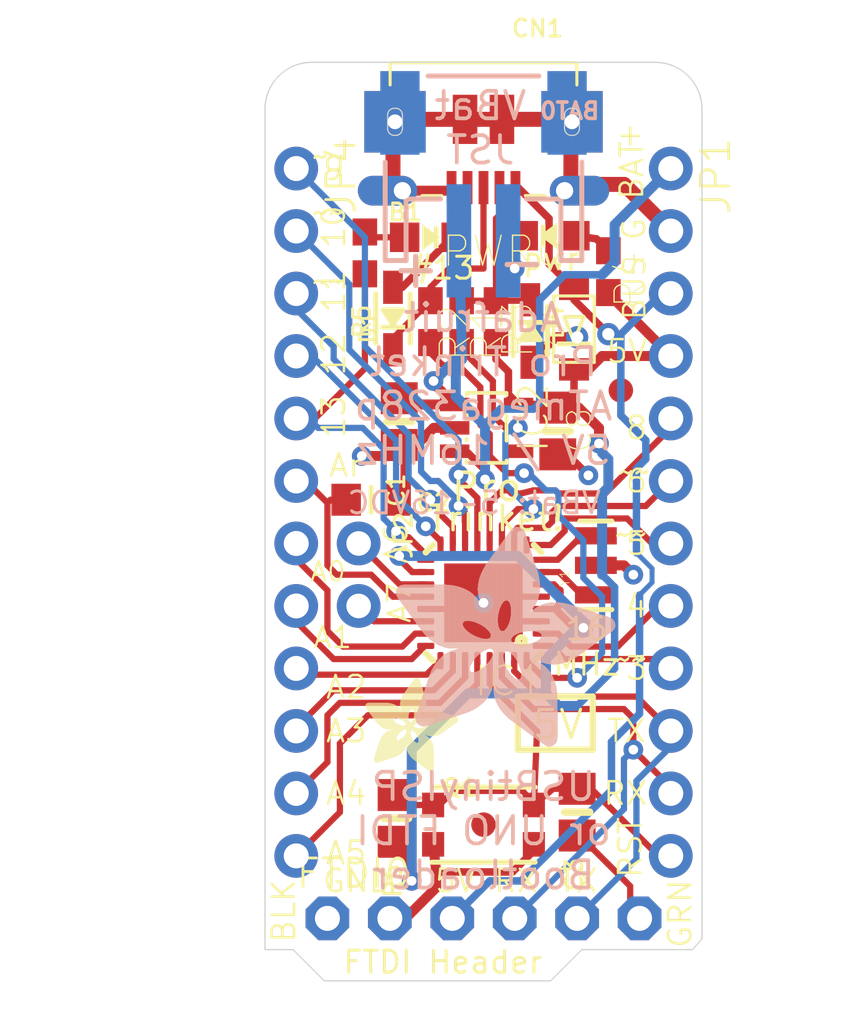
<source format=kicad_pcb>
(kicad_pcb (version 20221018) (generator pcbnew)
  (layers (0 "F.Cu" signal) (1 "In1.Cu" signal) (2 "In2.Cu" signal) (3 "In3.Cu" signal) (4 "In4.Cu" signal) (5 "In5.Cu" signal) (6 "In6.Cu" signal) (7 "In7.Cu" signal) (8 "In8.Cu" signal) (9 "In9.Cu" signal) (10 "In10.Cu" signal) (11 "In11.Cu" signal) (12 "In12.Cu" signal) (13 "In13.Cu" signal) (14 "In14.Cu" signal) (31 "B.Cu" signal) (34 "B.Paste" user) (35 "F.Paste" user) (36 "B.SilkS" user "B.Silkscreen") (37 "F.SilkS" user "F.Silkscreen") (38 "B.Mask" user) (39 "F.Mask" user) (44 "Edge.Cuts" user))
  (net 0 "")
  (net 1 "GND")
  (net 2 "D+")
  (net 3 "D-")
  (net 4 "VBUS")
  (net 5 "N$6")
  (net 6 "VBAT")
  (net 7 "RESET")
  (net 8 "N$1")
  (net 9 "D10")
  (net 10 "D11")
  (net 11 "D12")
  (net 12 "D13")
  (net 13 "A0")
  (net 14 "A1")
  (net 15 "A2")
  (net 16 "A3")
  (net 17 "A4")
  (net 18 "A5")
  (net 19 "D3")
  (net 20 "D4")
  (net 21 "D7")
  (net 22 "D6")
  (net 23 "D5")
  (net 24 "TXD")
  (net 25 "RXD")
  (net 26 "A6")
  (net 27 "A7")
  (net 28 "D8")
  (net 29 "D9")
  (net 30 "AREF")
  (net 31 "N$2")
  (net 32 "N$3")
  (net 33 "DTR/RTS")
  (net 34 "D2")
  (net 35 "+5V")
  (footprint "0805-NO" (layer "F.Cu") (at 144.9451 117.0686 -90)
    (fp_text reference "R6")
    (fp_text value "10K")
  )
  (footprint "SOD-123FL" (layer "F.Cu") (at 152.1841 97.1804 90)
    (fp_text reference "D2")
    (fp_text value "SCHOTTKY")
  )
  (footprint "0603-NO" (layer "F.Cu") (at 153.5811 94.8436 -90)
    (fp_text reference "R4")
    (fp_text value "470 (0603)")
  )
  (footprint "_0805MP" (layer "F.Cu") (at 143.9291 104.1146)
    (fp_text reference "C2")
    (fp_text value "0.1uF")
  )
  (footprint "SOD-323" (layer "F.Cu") (at 150.4061 97.2566 -90)
    (fp_text reference "D4")
    (fp_text value "3.6V")
  )
  (footprint "MLF32-TH" (layer "F.Cu") (at 148.5011 108.3056 180)
    (fp_text reference "IC1")
    (fp_text value "ATmega328P")
  )
  (footprint "RESONATOR-SMD" (layer "F.Cu") (at 153.0731 106.7816 90)
    (fp_text reference "Y1")
    (fp_text value "16MHz")
  )
  (footprint "SOD-323" (layer "F.Cu") (at 144.8181 96.7486 90)
    (fp_text reference "D1")
    (fp_text value "3.6v")
  )
  (footprint "0603-NO" (layer "F.Cu") (at 146.3421 96.8756 -90)
    (fp_text reference "R2")
    (fp_text value "68 (0603)")
  )
  (footprint "CHIPLED_0805_NOOUTLINE" (layer "F.Cu") (at 151.1681 93.3831 90)
    (fp_text reference "PWR0")
    (fp_text value "green")
  )
  (footprint "0805-NO" (layer "F.Cu") (at 151.5237 101.3206 -90)
    (fp_text reference "C8")
    (fp_text value "10uF")
  )
  (footprint "0603-NO" (layer "F.Cu") (at 147.6121 96.8756 -90)
    (fp_text reference "R1")
    (fp_text value "68 (0603)")
  )
  (footprint "0805-NO" (layer "F.Cu") (at 145.0721 100.9396 -90)
    (fp_text reference "C1")
    (fp_text value "10uF")
  )
  (footprint "SOT23-5L" (layer "F.Cu") (at 148.6281 101.1936 -90)
    (fp_text reference "IC2")
    (fp_text value "MIC5225-5v")
  )
  (footprint "0805-NO" (layer "F.Cu") (at 152.3111 116.8146 -90)
    (fp_text reference "C3")
    (fp_text value "0.1uF")
  )
  (footprint "CHIPLED_0805_NOOUTLINE" (layer "F.Cu") (at 146.3421 93.4466 -90)
    (fp_text reference "B1")
    (fp_text value "red")
  )
  (footprint "0603-NO" (layer "F.Cu") (at 149.0091 96.8756 -90)
    (fp_text reference "R3")
    (fp_text value "1.5K (0603)")
  )
  (footprint "4UCONN_20329" (layer "F.Cu") (at 148.5011 90.6526 180)
    (fp_text reference "CN1")
    (fp_text value "")
    (fp_line (start -3.9 2.2) (end -3.9 1.6) (stroke (width 0.05)) (layer "Edge.Cuts"))
    (fp_line (start -3.3 1.6) (end -3.3 2.2) (stroke (width 0.05)) (layer "Edge.Cuts"))
    (fp_line (start 3.3 2.2) (end 3.3 1.6) (stroke (width 0.05)) (layer "Edge.Cuts"))
    (fp_line (start 3.9 1.6) (end 3.9 2.2) (stroke (width 0.05)) (layer "Edge.Cuts"))
    (fp_arc (start -3.9 1.6) (mid -3.801777 1.412868) (end -3.6 1.35) (stroke (width 0.05)) (layer "Edge.Cuts"))
    (fp_arc (start -3.6 1.35) (mid -3.398223 1.412868) (end -3.3 1.6) (stroke (width 0.05)) (layer "Edge.Cuts"))
    (fp_arc (start -3.6 2.45) (mid -3.801777 2.387132) (end -3.9 2.2) (stroke (width 0.05)) (layer "Edge.Cuts"))
    (fp_arc (start -3.3 2.2) (mid -3.398223 2.387132) (end -3.6 2.45) (stroke (width 0.05)) (layer "Edge.Cuts"))
    (fp_arc (start 3.3 1.6) (mid 3.398223 1.412868) (end 3.6 1.35) (stroke (width 0.05)) (layer "Edge.Cuts"))
    (fp_arc (start 3.6 1.35) (mid 3.801777 1.412868) (end 3.9 1.6) (stroke (width 0.05)) (layer "Edge.Cuts"))
    (fp_arc (start 3.6 2.45) (mid 3.398223 2.387132) (end 3.3 2.2) (stroke (width 0.05)) (layer "Edge.Cuts"))
    (fp_arc (start 3.9 2.2) (mid 3.801777 2.387132) (end 3.6 2.45) (stroke (width 0.05)) (layer "Edge.Cuts"))
  )
  (footprint "BTN_KMR2_4.6X2.8" (layer "F.Cu") (at 148.5011 117.3226)
    (fp_text reference "Q1")
    (fp_text value "reset")
  )
  (footprint "FIDUCIAL_1MM" (layer "F.Cu") (at 148.5011 117.3226)
    (fp_text reference "U$6" hide)
    (fp_text value "FIDUCIAL" hide)
  )
  (footprint "ADAFRUIT_3.5MM" (layer "F.Cu") (at 143.6751 115.1636)
    (fp_text reference "U$7" hide)
    (fp_text value "" hide)
  )
  (footprint "1X12-CB" (layer "F.Cu") (at 140.8811 104.6226 -90)
    (fp_text reference "JP4")
    (fp_text value "")
  )
  (footprint "FIDUCIAL_1MM" (layer "F.Cu") (at 154.0891 99.6696)
    (fp_text reference "U$1" hide)
    (fp_text value "FIDUCIAL" hide)
  )
  (footprint "" (layer "F.Cu") (at 141.5161 88.1126)
    (fp_text reference "@HOLE0" hide)
    (fp_text value "")
  )
  (footprint "" (layer "F.Cu") (at 148.5011 113.8936)
    (fp_text reference "@HOLE2" hide)
    (fp_text value "")
  )
  (footprint "1X12-CB" (layer "F.Cu") (at 156.1211 104.6226 -90)
    (fp_text reference "JP1")
    (fp_text value "")
  )
  (footprint "1X06-CLEANBIG" (layer "F.Cu") (at 148.5011 121.1326)
    (fp_text reference "FTDI0")
    (fp_text value "")
  )
  (footprint "1X02_ROUND" (layer "F.Cu") (at 143.4211 107.1626 -90)
    (fp_text reference "JP2")
    (fp_text value "")
  )
  (footprint "0603-NO" (layer "F.Cu") (at 143.6751 94.0816 -90)
    (fp_text reference "R5")
    (fp_text value "470 (0603)")
  )
  (footprint "" (layer "F.Cu") (at 155.4861 88.1126)
    (fp_text reference "@HOLE1" hide)
    (fp_text value "")
  )
  (footprint "JSTPH2" (layer "B.Cu") (at 148.5011 89.8906 180)
    (fp_text reference "BAT0")
    (fp_text value "JST 2-PH")
  )
  (footprint "ADAFRUIT_9MM" (layer "B.Cu") (at 144.9451 114.1476 90)
    (fp_text reference "U$9" hide)
    (fp_text value "" hide)
  )
  (gr_line (start 149.8981 112.1156) (end 149.8981 114.2746) (stroke (width 0.254)) (layer "F.SilkS"))
  (gr_line (start 149.8981 114.2746) (end 152.9461 114.2746) (stroke (width 0.254)) (layer "F.SilkS"))
  (gr_line (start 152.9461 112.1156) (end 149.8981 112.1156) (stroke (width 0.254)) (layer "F.SilkS"))
  (gr_line (start 152.9461 114.2746) (end 152.9461 112.1156) (stroke (width 0.254)) (layer "F.SilkS"))
  (gr_line (start 157.3911 121.9581) (end 157.3911 88.2396) (stroke (width 0.05)) (layer "Edge.Cuts"))
  (gr_line (start 155.4861 86.3346) (end 141.5161 86.3346) (stroke (width 0.05)) (layer "Edge.Cuts"))
  (gr_line (start 139.6111 122.4026) (end 140.7541 122.4026) (stroke (width 0.05)) (layer "Edge.Cuts"))
  (gr_line (start 140.7541 122.4026) (end 142.0241 123.6726) (stroke (width 0.05)) (layer "Edge.Cuts"))
  (gr_arc (start 139.6111 88.2396) (mid 140.169062 86.892562) (end 141.5161 86.3346) (stroke (width 0.05)) (layer "Edge.Cuts"))
  (gr_line (start 157.0101 122.4026) (end 157.3911 121.9581) (stroke (width 0.05)) (layer "Edge.Cuts"))
  (gr_line (start 142.0241 123.6726) (end 151.2316 123.6726) (stroke (width 0.05)) (layer "Edge.Cuts"))
  (gr_arc (start 155.4861 86.3346) (mid 156.833138 86.892562) (end 157.3911 88.2396) (stroke (width 0.05)) (layer "Edge.Cuts"))
  (gr_line (start 151.2316 123.6726) (end 152.5016 122.4026) (stroke (width 0.05)) (layer "Edge.Cuts"))
  (gr_line (start 139.6111 88.2396) (end 139.6111 122.4026) (stroke (width 0.05)) (layer "Edge.Cuts"))
  (gr_line (start 152.5016 122.4026) (end 157.0101 122.4026) (stroke (width 0.05)) (layer "Edge.Cuts"))
  (gr_text "USBtinyISP\nor UNO FTDI\nBootloader" (at 148.5011 117.5766) (layer "B.SilkS") (effects (font (size 1.1176 1.1176) (thickness 0.1524)) (justify mirror)))
  (gr_text "VBat: 5-16VDC" (at 148.1201 104.2416) (layer "B.SilkS") (effects (font (size 0.89408 0.89408) (thickness 0.12192)) (justify mirror)))
  (gr_text "VBat\nJST" (at 148.3741 89.0016) (layer "B.SilkS") (effects (font (size 1.1176 1.1176) (thickness 0.1524)) (justify mirror)))
  (gr_text "-" (at 151.1681 95.3516) (layer "B.SilkS") (effects (font (size 1.56464 1.56464) (thickness 0.21336)) (justify left bottom mirror)))
  (gr_text "Adafruit\nPro Trinket\nATmega328p\n5V / 16MHz" (at 148.5011 99.4156) (layer "B.SilkS") (effects (font (size 1.1176 1.1176) (thickness 0.1524)) (justify mirror)))
  (gr_text "+" (at 146.8501 95.6056) (layer "B.SilkS") (effects (font (size 1.56464 1.56464) (thickness 0.21336)) (justify left bottom mirror)))
  (gr_text "RST" (at 154.4701 116.9416 90) (layer "F.SilkS") (effects (font (size 0.9144 0.9144) (thickness 0.1016)) (justify right)))
  (gr_text "BLK" (at 140.3731 119.4816 90) (layer "F.SilkS") (effects (font (size 0.9144 0.9144) (thickness 0.1016)) (justify right)))
  (gr_text "8" (at 155.2321 101.1936) (layer "F.SilkS") (effects (font (size 0.9144 0.9144) (thickness 0.1016)) (justify right)))
  (gr_text "Pro" (at 148.6281 103.6066) (layer "F.SilkS") (effects (font (size 1.1176 1.1176) (thickness 0.1524))))
  (gr_text "Ar" (at 142.1511 102.7176) (layer "F.SilkS") (effects (font (size 0.9144 0.9144) (thickness 0.1016)) (justify left)))
  (gr_text "A4" (at 142.0241 116.0526) (layer "F.SilkS") (effects (font (size 0.9144 0.9144) (thickness 0.1016)) (justify left)))
  (gr_text "GND" (at 144.8181 119.6086) (layer "F.SilkS") (effects (font (size 0.9144 0.9144) (thickness 0.1016)) (justify right)))
  (gr_text "5" (at 155.2321 105.8926) (layer "F.SilkS") (effects (font (size 0.9144 0.9144) (thickness 0.1016)) (justify right)))
  (gr_text "A2" (at 142.0241 111.7346) (layer "F.SilkS") (effects (font (size 0.9144 0.9144) (thickness 0.1016)) (justify left)))
  (gr_text "~~" (at 142.9131 92.4306) (layer "F.SilkS") (effects (font (size 0.9144 0.9144) (thickness 0.1016)) (justify right)))
  (gr_text "6" (at 155.2321 103.3526) (layer "F.SilkS") (effects (font (size 0.9144 0.9144) (thickness 0.1016)) (justify right)))
  (gr_text "A1" (at 141.5161 109.7026) (layer "F.SilkS") (effects (font (size 0.86868 0.86868) (thickness 0.09652)) (justify left)))
  (gr_text "9" (at 142.9131 90.6526) (layer "F.SilkS") (effects (font (size 0.9144 0.9144) (thickness 0.1016)) (justify right)))
  (gr_text "5V" (at 150.4061 113.2586) (layer "F.SilkS") (effects (font (size 1.143 1.143) (thickness 0.127)) (justify left)))
  (gr_text "A6" (at 144.9451 106.7816 90) (layer "F.SilkS") (effects (font (size 0.9144 0.9144) (thickness 0.1016)) (justify left)))
  (gr_text "13" (at 142.4051 99.7966 90) (layer "F.SilkS") (effects (font (size 0.9144 0.9144) (thickness 0.1016)) (justify right)))
  (gr_text "A3" (at 142.0241 113.5126) (layer "F.SilkS") (effects (font (size 0.9144 0.9144) (thickness 0.1016)) (justify left)))
  (gr_text "BAT" (at 154.5336 91.9861 90) (layer "F.SilkS") (effects (font (size 0.9144 0.9144) (thickness 0.1016)) (justify left)))
  (gr_text "TX" (at 155.1686 113.5126) (layer "F.SilkS") (effects (font (size 0.9144 0.9144) (thickness 0.1016)) (justify right)))
  (gr_text "~~" (at 142.9131 90.1446) (layer "F.SilkS") (effects (font (size 0.9144 0.9144) (thickness 0.1016)) (justify right)))
  (gr_text "G" (at 154.6225 92.5957 90) (layer "F.SilkS") (effects (font (size 0.9144 0.9144) (thickness 0.1016)) (justify right)))
  (gr_text "BUS" (at 154.6479 94.1451 90) (layer "F.SilkS") (effects (font (size 0.86868 0.86868) (thickness 0.09652)) (justify right)))
  (gr_text "Trinket!" (at 149.0091 104.8766) (layer "F.SilkS") (effects (font (size 1.00584 1.00584) (thickness 0.13716))))
  (gr_text "11" (at 142.4051 94.7166 90) (layer "F.SilkS") (effects (font (size 0.9144 0.9144) (thickness 0.1016)) (justify right)))
  (gr_text "12" (at 142.4051 97.2566 90) (layer "F.SilkS") (effects (font (size 0.9144 0.9144) (thickness 0.1016)) (justify right)))
  (gr_text "FTDI Header" (at 146.8501 122.9106) (layer "F.SilkS") (effects (font (size 0.89408 0.89408) (thickness 0.12192))))
  (gr_text "5V" (at 148.2471 119.6086) (layer "F.SilkS") (effects (font (size 0.9144 0.9144) (thickness 0.1016)) (justify right)))
  (gr_text "~~" (at 142.9131 95.2246) (layer "F.SilkS") (effects (font (size 0.9144 0.9144) (thickness 0.1016)) (justify right)))
  (gr_text "~~" (at 155.2321 110.5916) (layer "F.SilkS") (effects (font (size 0.9144 0.9144) (thickness 0.1016)) (justify right)))
  (gr_text "GRN" (at 156.5021 119.4816 90) (layer "F.SilkS") (effects (font (size 0.9144 0.9144) (thickness 0.1016)) (justify right)))
  (gr_text "A5" (at 142.0241 118.4656) (layer "F.SilkS") (effects (font (size 0.9144 0.9144) (thickness 0.1016)) (justify left)))
  (gr_text "#13" (at 145.4531 95.2246) (layer "F.SilkS") (effects (font (size 0.89408 0.89408) (thickness 0.12192)) (justify left bottom)))
  (gr_text "RX" (at 155.2321 116.0526) (layer "F.SilkS") (effects (font (size 0.9144 0.9144) (thickness 0.1016)) (justify right)))
  (gr_text "4" (at 155.2321 108.4326) (layer "F.SilkS") (effects (font (size 0.9144 0.9144) (thickness 0.1016)) (justify right)))
  (gr_text "+" (at 155.1051 89.2556) (layer "F.SilkS") (effects (font (size 0.9144 0.9144) (thickness 0.1016)) (justify right)))
  (gr_text "3" (at 155.2321 110.9726) (layer "F.SilkS") (effects (font (size 0.9144 0.9144) (thickness 0.1016)) (justify right)))
  (gr_text "10" (at 142.4051 93.9546 90) (layer "F.SilkS") (effects (font (size 0.9144 0.9144) (thickness 0.1016)) (justify left)))
  (gr_text "A7" (at 145.0721 109.1946 90) (layer "F.SilkS") (effects (font (size 0.9144 0.9144) (thickness 0.1016)) (justify left)))
  (gr_text "~~" (at 155.2321 105.5116) (layer "F.SilkS") (effects (font (size 0.9144 0.9144) (thickness 0.1016)) (justify right)))
  (gr_text "TX" (at 153.2001 119.6086) (layer "F.SilkS") (effects (font (size 0.9144 0.9144) (thickness 0.1016)) (justify right)))
  (gr_text "A0" (at 141.3891 107.0356) (layer "F.SilkS") (effects (font (size 0.8001 0.8001) (thickness 0.0889)) (justify left)))
  (gr_text "16\nMHz" (at 152.6921 110.0836) (layer "F.SilkS") (effects (font (size 0.89408 0.89408) (thickness 0.12192))))
  (gr_text "pwr" (at 150.0251 94.8436) (layer "F.SilkS") (effects (font (size 0.89408 0.89408) (thickness 0.12192)) (justify left bottom)))
  (gr_text "5V" (at 155.2321 98.0821) (layer "F.SilkS") (effects (font (size 0.9144 0.9144) (thickness 0.1016)) (justify right)))
  (gr_text "RX" (at 150.7871 119.6086) (layer "F.SilkS") (effects (font (size 0.9144 0.9144) (thickness 0.1016)) (justify right)))
  (gr_text "~~" (at 155.3591 102.9716) (layer "F.SilkS") (effects (font (size 0.9144 0.9144) (thickness 0.1016)) (justify right)))
  (segment (start 145.2381 103.8216) (end 144.9451 104.1146) (width 0.4064) (layer "F.Cu") (net 1))
  (segment (start 147.2011 91.4276) (end 147.0761 91.5526) (width 0.4064) (layer "F.Cu") (net 1))
  (segment (start 151.9621 88.6526) (end 152.0011 88.6526) (width 0.3048) (layer "F.Cu") (net 1))
  (segment (start 149.2511 88.6526) (end 151.9621 88.6526) (width 0.6096) (layer "F.Cu") (net 1))
  (segment (start 151.2341 102.2706) (end 151.9149 102.2706) (width 0.3048) (layer "F.Cu") (net 1))
  (segment (start 151.8011 91.5526) (end 152.0571 91.2966) (width 0.6096) (layer "F.Cu") (net 1))
  (segment (start 153.0731 106.7816) (end 154.2161 106.7816) (width 0.4064) (layer "F.Cu") (net 1))
  (segment (start 145.9611 101.7016) (end 145.2601 101.7016) (width 0.4064) (layer "F.Cu") (net 1))
  (segment (start 151.4221 97.5106) (end 152.3111 97.5106) (width 0.4064) (layer "F.Cu") (net 1))
  (segment (start 152.0571 91.2966) (end 154.2251 91.2966) (width 0.6096) (layer "F.Cu") (net 1))
  (segment (start 152.0571 91.2966) (end 152.0571 88.8746) (width 0.6096) (layer "F.Cu") (net 1))
  (segment (start 147.7511 88.6526) (end 145.0011 88.6526) (width 0.6096) (layer "F.Cu") (net 1))
  (segment (start 152.0011 88.6526) (end 152.1011 88.7526) (width 0.3048) (layer "F.Cu") (net 1))
  (segment (start 150.6781 118.2496) (end 150.5511 118.1226) (width 0.3048) (layer "F.Cu") (net 1))
  (segment (start 144.6911 121.1326) (end 145.3261 121.1326) (width 0.4064) (layer "F.Cu") (net 1))
  (segment (start 147.2011 93.5096) (end 147.3281 93.5096) (width 0.3048) (layer "F.Cu") (net 1))
  (segment (start 147.1041 93.5736) (end 147.3921 93.4466) (width 0.3048) (layer "F.Cu") (net 1))
  (segment (start 147.2011 91.4276) (end 147.2011 93.5096) (width 0.3048) (layer "F.Cu") (net 1))
  (segment (start 149.6821 119.2456) (end 146.5781 119.2456) (width 0.3048) (layer "F.Cu") (net 1))
  (segment (start 154.2161 106.7816) (end 154.5971 107.1626) (width 0.4064) (layer "F.Cu") (net 1))
  (segment (start 144.8181 91.1696) (end 144.8181 88.8746) (width 0.6096) (layer "F.Cu") (net 1))
  (segment (start 145.3261 121.1326) (end 146.5781 119.8806) (width 0.4064) (layer "F.Cu") (net 1))
  (segment (start 149.6821 119.2456) (end 150.6781 118.2496) (width 0.3048) (layer "F.Cu") (net 1))
  (segment (start 146.5781 119.8806) (end 146.5781 119.2456) (width 0.4064) (layer "F.Cu") (net 1))
  (segment (start 150.8511 109.0556) (end 149.2511 109.0556) (width 0.254) (layer "F.Cu") (net 1))
  (segment (start 145.3261 102.3366) (end 145.3261 102.1436) (width 0.4064) (layer "F.Cu") (net 1))
  (segment (start 154.2251 91.2966) (end 156.1211 93.1926) (width 0.6096) (layer "F.Cu") (net 1))
  (segment (start 143.5481 102.3366) (end 145.3261 102.3366) (width 0.4064) (layer "F.Cu") (net 1))
  (segment (start 150.4061 98.5266) (end 151.4221 97.5106) (width 0.4064) (layer "F.Cu") (net 1))
  (segment (start 147.3281 101.1936) (end 146.4691 101.1936) (width 0.4064) (layer "F.Cu") (net 1))
  (segment (start 146.4511 118.1226) (end 146.5781 119.2456) (width 0.4064) (layer "F.Cu") (net 1))
  (segment (start 145.1991 95.4786) (end 144.8181 95.4786) (width 0.3048) (layer "F.Cu") (net 1))
  (segment (start 148.2511 108.5556) (end 148.5011 108.3056) (width 0.3048) (layer "F.Cu") (net 1))
  (segment (start 150.1181 93.3831) (end 149.7711 93.8571) (width 0.3048) (layer "F.Cu") (net 1))
  (segment (start 149.2511 109.0556) (end 148.5011 108.3056) (width 0.3048) (layer "F.Cu") (net 1))
  (segment (start 145.3261 103.8216) (end 145.2381 103.8216) (width 0.4064) (layer "F.Cu") (net 1))
  (segment (start 145.2601 101.7016) (end 145.0721 101.8896) (width 0.4064) (layer "F.Cu") (net 1))
  (segment (start 151.5237 102.2706) (end 151.2341 102.2706) (width 0.4064) (layer "F.Cu") (net 1))
  (segment (start 151.9621 88.6526) (end 152.0571 88.7476) (width 0.6096) (layer "F.Cu") (net 1))
  (segment (start 147.3281 93.5096) (end 147.3921 93.4466) (width 0.3048) (layer "F.Cu") (net 1))
  (segment (start 147.1041 93.5736) (end 145.1991 95.4786) (width 0.3048) (layer "F.Cu") (net 1))
  (segment (start 148.7511 108.0556) (end 148.5011 108.3056) (width 0.3048) (layer "F.Cu") (net 1))
  (segment (start 145.2011 91.5526) (end 144.8181 91.1696) (width 0.6096) (layer "F.Cu") (net 1))
  (segment (start 145.3261 102.3366) (end 145.3261 103.8216) (width 0.4064) (layer "F.Cu") (net 1))
  (segment (start 146.1511 108.5556) (end 148.2511 108.5556) (width 0.254) (layer "F.Cu") (net 1))
  (segment (start 145.3261 102.1436) (end 145.0721 101.8896) (width 0.4064) (layer "F.Cu") (net 1))
  (segment (start 149.7711 93.8571) (end 149.7711 94.7166) (width 0.3048) (layer "F.Cu") (net 1))
  (segment (start 151.9149 102.2706) (end 152.7683 103.124) (width 0.3048) (layer "F.Cu") (net 1))
  (segment (start 147.7511 88.6526) (end 149.2511 88.6526) (width 0.6096) (layer "F.Cu") (net 1))
  (segment (start 145.0011 88.6526) (end 144.9011 88.7526) (width 0.6096) (layer "F.Cu") (net 1))
  (segment (start 146.4691 101.1936) (end 145.9611 101.7016) (width 0.4064) (layer "F.Cu") (net 1))
  (segment (start 147.0761 91.5526) (end 145.2011 91.5526) (width 0.4064) (layer "F.Cu") (net 1))
  (segment (start 150.8511 108.0556) (end 148.7511 108.0556) (width 0.254) (layer "F.Cu") (net 1))
  (via (at 152.3111 97.5106) (size 0.9064) (drill 0.5) (layers "F.Cu" "B.Cu") (net 1))
  (via (at 152.7683 103.124) (size 0.8001) (drill 0.3937) (layers "F.Cu" "B.Cu") (net 1))
  (via (at 143.5481 102.3366) (size 0.8001) (drill 0.3937) (layers "F.Cu" "B.Cu") (net 1))
  (via (at 154.5971 107.1626) (size 0.8001) (drill 0.3937) (layers "F.Cu" "B.Cu") (net 1))
  (via (at 148.5011 108.3056) (size 0.8001) (drill 0.3937) (layers "F.Cu" "B.Cu") (net 1))
  (via (at 149.7711 94.7166) (size 0.8001) (drill 0.3937) (layers "F.Cu" "B.Cu") (net 1))
  (segment (start 149.7711 94.7166) (end 149.8981 94.5896) (width 0.3048) (layer "B.Cu") (net 1))
  (segment (start 149.5011 93.5906) (end 149.5011 94.4466) (width 0.3048) (layer "B.Cu") (net 1))
  (segment (start 149.5011 94.4466) (end 149.7711 94.7166) (width 0.3048) (layer "B.Cu") (net 1))
  (segment (start 144.8181 98.0186) (end 144.8181 97.5496) (width 0.254) (layer "F.Cu") (net 2))
  (segment (start 148.5011 91.4276) (end 148.5011 94.7166) (width 0.254) (layer "F.Cu") (net 2))
  (segment (start 146.3421 95.4786) (end 146.3421 96.0256) (width 0.254) (layer "F.Cu") (net 2))
  (segment (start 147.1041 94.7166) (end 146.3421 95.4786) (width 0.254) (layer "F.Cu") (net 2))
  (segment (start 148.5011 94.7166) (end 147.1041 94.7166) (width 0.254) (layer "F.Cu") (net 2))
  (segment (start 144.8181 97.5496) (end 146.3421 96.0256) (width 0.254) (layer "F.Cu") (net 2))
  (segment (start 149.1511 91.4276) (end 149.1511 92.5426) (width 0.254) (layer "F.Cu") (net 3))
  (segment (start 149.0091 96.0256) (end 150.3671 96.0256) (width 0.254) (layer "F.Cu") (net 3))
  (segment (start 150.3671 96.0256) (end 150.4061 95.9866) (width 0.254) (layer "F.Cu") (net 3))
  (segment (start 149.0091 92.6846) (end 149.0091 96.0256) (width 0.254) (layer "F.Cu") (net 3))
  (segment (start 147.6121 96.0256) (end 149.0091 96.0256) (width 0.254) (layer "F.Cu") (net 3))
  (segment (start 149.1511 92.5426) (end 149.0091 92.6846) (width 0.254) (layer "F.Cu") (net 3))
  (segment (start 152.1841 95.5429) (end 152.1841 95.9866) (width 0.3048) (layer "F.Cu") (net 4))
  (segment (start 149.8011 91.4276) (end 149.9111 91.4276) (width 0.3048) (layer "F.Cu") (net 4))
  (segment (start 151.1681 94.5269) (end 152.1841 95.5429) (width 0.3048) (layer "F.Cu") (net 4))
  (segment (start 151.1681 92.6846) (end 151.1681 94.5269) (width 0.3048) (layer "F.Cu") (net 4))
  (segment (start 149.9111 91.4276) (end 151.1681 92.6846) (width 0.3048) (layer "F.Cu") (net 4))
  (segment (start 152.1841 95.9866) (end 153.5811 97.3836) (width 0.3048) (layer "F.Cu") (net 4))
  (via (at 153.5811 97.3836) (size 0.9064) (drill 0.5) (layers "F.Cu" "B.Cu") (net 4))
  (segment (start 154.7241 102.8446) (end 155.1051 102.4636) (width 0.3048) (layer "B.Cu") (net 4))
  (segment (start 153.7081 115.9256) (end 153.7081 113.9571) (width 0.3048) (layer "B.Cu") (net 4))
  (segment (start 147.2311 121.1326) (end 148.7551 119.6086) (width 0.3048) (layer "B.Cu") (net 4))
  (segment (start 154.8511 112.8141) (end 154.8511 107.9881) (width 0.3048) (layer "B.Cu") (net 4))
  (segment (start 153.7081 113.9571) (end 154.8511 112.8141) (width 0.3048) (layer "B.Cu") (net 4))
  (segment (start 148.7551 119.6086) (end 150.0251 119.6086) (width 0.3048) (layer "B.Cu") (net 4))
  (segment (start 154.0891 100.6856) (end 154.0891 97.3836) (width 0.3048) (layer "B.Cu") (net 4))
  (segment (start 154.8511 107.9881) (end 155.3591 107.4801) (width 0.2032) (layer "B.Cu") (net 4))
  (segment (start 155.9306 95.9231) (end 156.1211 95.7326) (width 0.3048) (layer "B.Cu") (net 4))
  (segment (start 153.5811 97.3836) (end 154.0891 97.3836) (width 0.3048) (layer "B.Cu") (net 4))
  (segment (start 154.0891 97.3836) (end 155.5496 95.9231) (width 0.3048) (layer "B.Cu") (net 4))
  (segment (start 155.3591 106.9086) (end 154.7241 106.2736) (width 0.2032) (layer "B.Cu") (net 4))
  (segment (start 154.7241 106.2736) (end 154.7241 102.8446) (width 0.3048) (layer "B.Cu") (net 4))
  (segment (start 150.0251 119.6086) (end 153.7081 115.9256) (width 0.3048) (layer "B.Cu") (net 4))
  (segment (start 155.5496 95.9231) (end 155.9306 95.9231) (width 0.3048) (layer "B.Cu") (net 4))
  (segment (start 155.1051 102.4636) (end 155.1051 101.7016) (width 0.3048) (layer "B.Cu") (net 4))
  (segment (start 155.1051 101.7016) (end 154.0891 100.6856) (width 0.3048) (layer "B.Cu") (net 4))
  (segment (start 155.3591 107.4801) (end 155.3591 106.9086) (width 0.2032) (layer "B.Cu") (net 4))
  (segment (start 153.0976 93.5101) (end 152.2181 93.3831) (width 0.3048) (layer "F.Cu") (net 5))
  (segment (start 153.5811 93.9936) (end 153.0976 93.5101) (width 0.3048) (layer "F.Cu") (net 5))
  (segment (start 147.8661 102.2096) (end 147.3941 102.2096) (width 0.3048) (layer "F.Cu") (net 6))
  (segment (start 148.5646 102.9081) (end 147.8661 102.2096) (width 0.3048) (layer "F.Cu") (net 6))
  (segment (start 148.5646 103.2891) (end 148.5646 102.9081) (width 0.3048) (layer "F.Cu") (net 6))
  (segment (start 145.0721 99.9896) (end 145.3261 100.2436) (width 0.4064) (layer "F.Cu") (net 6))
  (segment (start 147.3941 102.2096) (end 147.3281 102.1436) (width 0.3048) (layer "F.Cu") (net 6))
  (segment (start 146.4691 99.2886) (end 146.3731 99.2886) (width 0.4064) (layer "F.Cu") (net 6))
  (segment (start 145.3261 100.2436) (end 147.3281 100.2436) (width 0.4064) (layer "F.Cu") (net 6))
  (segment (start 147.3281 100.2436) (end 146.3731 99.2886) (width 0.4064) (layer "F.Cu") (net 6))
  (via (at 146.4691 99.2886) (size 0.8001) (drill 0.3937) (layers "F.Cu" "B.Cu") (net 6))
  (via (at 148.5646 103.2891) (size 0.8001) (drill 0.3937) (layers "F.Cu" "B.Cu") (net 6))
  (segment (start 150.5331 100.4316) (end 149.241037 100.4316) (width 0.3048) (layer "B.Cu") (net 6))
  (segment (start 147.6281 98.4146) (end 147.6281 98.2726) (width 0.4064) (layer "B.Cu") (net 6))
  (segment (start 153.3271 94.9706) (end 151.8031 94.9706) (width 0.3048) (layer "B.Cu") (net 6))
  (segment (start 146.5001 99.2886) (end 147.3736 98.4151) (width 0.4064) (layer "B.Cu") (net 6))
  (segment (start 150.7871 95.9866) (end 150.7871 100.1776) (width 0.3048) (layer "B.Cu") (net 6))
  (segment (start 148.5646 103.2891) (end 148.5646 101.108038) (width 0.4064) (layer "B.Cu") (net 6))
  (segment (start 146.5001 99.2886) (end 146.4691 99.2886) (width 0.4064) (layer "B.Cu") (net 6))
  (segment (start 153.3271 94.9706) (end 153.8351 94.4626) (width 0.4064) (layer "B.Cu") (net 6))
  (segment (start 148.5646 101.108038) (end 147.3736 99.917038) (width 0.4064) (layer "B.Cu") (net 6))
  (segment (start 148.5646 101.108038) (end 149.241037 100.4316) (width 0.4064) (layer "B.Cu") (net 6))
  (segment (start 153.8351 92.9386) (end 156.1211 90.6526) (width 0.4064) (layer "B.Cu") (net 6))
  (segment (start 153.8351 94.4626) (end 153.8351 92.9386) (width 0.4064) (layer "B.Cu") (net 6))
  (segment (start 147.5161 98.2726) (end 147.6281 98.2726) (width 0.4064) (layer "B.Cu") (net 6))
  (segment (start 147.6281 98.2726) (end 147.5011 93.5906) (width 0.4064) (layer "B.Cu") (net 6))
  (segment (start 151.8031 94.9706) (end 150.7871 95.9866) (width 0.3048) (layer "B.Cu") (net 6))
  (segment (start 150.7871 100.1776) (end 150.5331 100.4316) (width 0.3048) (layer "B.Cu") (net 6))
  (segment (start 147.5161 98.2726) (end 147.3736 98.4151) (width 0.4064) (layer "B.Cu") (net 6))
  (segment (start 147.3736 99.917038) (end 147.3736 98.4151) (width 0.4064) (layer "B.Cu") (net 6))
  (segment (start 155.5741 118.5536) (end 155.5741 118.5926) (width 0.254) (layer "F.Cu") (net 7))
  (segment (start 149.9541 115.9256) (end 150.0811 115.9256) (width 0.254) (layer "F.Cu") (net 7))
  (segment (start 146.7051 116.5226) (end 146.4511 116.5226) (width 0.254) (layer "F.Cu") (net 7))
  (segment (start 151.3361 115.8646) (end 152.3111 115.8646) (width 0.254) (layer "F.Cu") (net 7))
  (segment (start 152.3111 115.8646) (end 152.8851 115.8646) (width 0.254) (layer "F.Cu") (net 7))
  (segment (start 150.5511 116.5226) (end 151.3361 115.8646) (width 0.254) (layer "F.Cu") (net 7))
  (segment (start 155.5741 118.5926) (end 156.1211 118.5926) (width 0.254) (layer "F.Cu") (net 7))
  (segment (start 144.9451 116.1186) (end 145.3491 116.5226) (width 0.254) (layer "F.Cu") (net 7))
  (segment (start 147.3021 115.9256) (end 149.9541 115.9256) (width 0.3048) (layer "F.Cu") (net 7))
  (segment (start 147.3021 115.9256) (end 146.7051 116.5226) (width 0.254) (layer "F.Cu") (net 7))
  (segment (start 148.7511 110.6556) (end 148.7511 111.6036) (width 0.254) (layer "F.Cu") (net 7))
  (segment (start 148.7511 111.6036) (end 150.6781 113.5306) (width 0.254) (layer "F.Cu") (net 7))
  (segment (start 152.8851 115.8646) (end 155.5741 118.5536) (width 0.254) (layer "F.Cu") (net 7))
  (segment (start 150.6781 113.5306) (end 150.5511 116.5226) (width 0.254) (layer "F.Cu") (net 7))
  (segment (start 145.3491 116.5226) (end 146.4511 116.5226) (width 0.254) (layer "F.Cu") (net 7))
  (segment (start 150.0811 115.9256) (end 150.5511 116.5226) (width 0.254) (layer "F.Cu") (net 7))
  (segment (start 145.2921 93.4466) (end 143.8901 93.4466) (width 0.254) (layer "F.Cu") (net 8))
  (segment (start 143.8901 93.4466) (end 143.6751 93.2316) (width 0.254) (layer "F.Cu") (net 8))
  (segment (start 147.7391 104.6226) (end 147.4851 104.3686) (width 0.254) (layer "F.Cu") (net 9))
  (segment (start 147.7511 105.0156) (end 147.7391 105.0036) (width 0.254) (layer "F.Cu") (net 9))
  (segment (start 147.7511 105.9556) (end 147.7511 105.0156) (width 0.254) (layer "F.Cu") (net 9))
  (segment (start 147.7391 105.0036) (end 147.7391 104.6226) (width 0.254) (layer "F.Cu") (net 9))
  (via (at 147.4851 104.3686) (size 0.8001) (drill 0.3937) (layers "F.Cu" "B.Cu") (net 9))
  (segment (start 145.9611 100.9396) (end 145.9611 102.9716) (width 0.254) (layer "B.Cu") (net 9))
  (segment (start 147.4851 104.2416) (end 147.4851 104.3686) (width 0.254) (layer "B.Cu") (net 9))
  (segment (start 143.0401 95.3516) (end 140.8811 93.1926) (width 0.254) (layer "B.Cu") (net 9))
  (segment (start 146.3421 103.3526) (end 146.6596 103.3526) (width 0.254) (layer "B.Cu") (net 9))
  (segment (start 147.4851 104.1781) (end 147.4851 104.3686) (width 0.254) (layer "B.Cu") (net 9))
  (segment (start 143.0401 98.0186) (end 145.9611 100.9396) (width 0.254) (layer "B.Cu") (net 9))
  (segment (start 143.0401 98.0186) (end 143.0401 95.3516) (width 0.254) (layer "B.Cu") (net 9))
  (segment (start 146.6596 103.3526) (end 147.4851 104.1781) (width 0.254) (layer "B.Cu") (net 9))
  (segment (start 145.9611 102.9716) (end 146.3421 103.3526) (width 0.254) (layer "B.Cu") (net 9))
  (segment (start 146.7231 104.6861) (end 146.7231 104.4956) (width 0.254) (layer "F.Cu") (net 10))
  (segment (start 146.5961 104.3686) (end 146.3421 104.1146) (width 0.254) (layer "F.Cu") (net 10))
  (segment (start 147.2511 105.9556) (end 147.2511 105.2141) (width 0.254) (layer "F.Cu") (net 10))
  (segment (start 146.7231 104.4956) (end 146.3421 104.1146) (width 0.254) (layer "F.Cu") (net 10))
  (segment (start 147.2511 105.2141) (end 146.7231 104.6861) (width 0.254) (layer "F.Cu") (net 10))
  (via (at 146.3421 104.1146) (size 0.8001) (drill 0.3937) (layers "F.Cu" "B.Cu") (net 10))
  (segment (start 145.4531 103.2256) (end 146.3421 104.1146) (width 0.254) (layer "B.Cu") (net 10))
  (segment (start 142.4051 97.8916) (end 140.8811 96.3676) (width 0.254) (layer "B.Cu") (net 10))
  (segment (start 140.8811 96.3676) (end 140.8811 95.7326) (width 0.254) (layer "B.Cu") (net 10))
  (segment (start 145.4531 103.2256) (end 145.4531 101.4476) (width 0.254) (layer "B.Cu") (net 10))
  (segment (start 145.4531 101.4476) (end 142.4051 98.3996) (width 0.254) (layer "B.Cu") (net 10))
  (segment (start 142.4051 98.3996) (end 142.4051 97.8916) (width 0.254) (layer "B.Cu") (net 10))
  (segment (start 146.1516 105.2291) (end 146.1516 105.1941) (width 0.254) (layer "F.Cu") (net 11))
  (segment (start 146.7511 105.9556) (end 146.7511 105.7936) (width 0.254) (layer "F.Cu") (net 11))
  (segment (start 146.7511 105.7936) (end 146.1516 105.1941) (width 0.254) (layer "F.Cu") (net 11))
  (via (at 146.1516 105.1941) (size 0.8001) (drill 0.3937) (layers "F.Cu" "B.Cu") (net 11))
  (segment (start 141.5161 98.2726) (end 140.8811 98.2726) (width 0.254) (layer "B.Cu") (net 11))
  (segment (start 146.1516 105.1941) (end 144.9451 103.9876) (width 0.254) (layer "B.Cu") (net 11))
  (segment (start 144.9451 101.7016) (end 141.5161 98.2726) (width 0.254) (layer "B.Cu") (net 11))
  (segment (start 144.9451 103.9876) (end 144.9451 101.7016) (width 0.254) (layer "B.Cu") (net 11))
  (segment (start 143.6751 98.7806) (end 141.5161 100.9396) (width 0.254) (layer "F.Cu") (net 12))
  (segment (start 145.1991 105.6386) (end 144.9451 105.3846) (width 0.254) (layer "F.Cu") (net 12))
  (segment (start 146.1511 106.5556) (end 146.1511 106.3366) (width 0.254) (layer "F.Cu") (net 12))
  (segment (start 143.6751 94.9316) (end 143.6751 98.7806) (width 0.254) (layer "F.Cu") (net 12))
  (segment (start 141.0081 100.9396) (end 140.8811 100.8126) (width 0.254) (layer "F.Cu") (net 12))
  (segment (start 141.5161 100.9396) (end 141.0081 100.9396) (width 0.254) (layer "F.Cu") (net 12))
  (segment (start 146.1511 106.3366) (end 145.4531 105.6386) (width 0.254) (layer "F.Cu") (net 12))
  (segment (start 145.4531 105.6386) (end 145.1991 105.6386) (width 0.254) (layer "F.Cu") (net 12))
  (via (at 144.9451 105.3846) (size 0.8001) (drill 0.3937) (layers "F.Cu" "B.Cu") (net 12))
  (segment (start 141.7701 101.1936) (end 141.3891 100.8126) (width 0.254) (layer "B.Cu") (net 12))
  (segment (start 144.9451 105.3846) (end 144.4371 104.8766) (width 0.254) (layer "B.Cu") (net 12))
  (segment (start 144.4371 102.0436) (end 143.5871 101.1936) (width 0.254) (layer "B.Cu") (net 12))
  (segment (start 144.4371 104.8766) (end 144.4371 102.0436) (width 0.254) (layer "B.Cu") (net 12))
  (segment (start 141.3891 100.8126) (end 140.8811 100.8126) (width 0.254) (layer "B.Cu") (net 12))
  (segment (start 143.5871 101.1936) (end 141.7701 101.1936) (width 0.254) (layer "B.Cu") (net 12))
  (segment (start 145.7271 109.5556) (end 146.1511 109.5556) (width 0.254) (layer "F.Cu") (net 13))
  (segment (start 142.7861 110.0836) (end 145.1991 110.0836) (width 0.254) (layer "F.Cu") (net 13))
  (segment (start 145.1991 110.0836) (end 145.7271 109.5556) (width 0.254) (layer "F.Cu") (net 13))
  (segment (start 142.1511 107.7976) (end 140.8811 106.5276) (width 0.254) (layer "F.Cu") (net 13))
  (segment (start 140.8811 106.5276) (end 140.8811 105.8926) (width 0.254) (layer "F.Cu") (net 13))
  (segment (start 142.1511 109.4486) (end 142.1511 107.7976) (width 0.254) (layer "F.Cu") (net 13))
  (segment (start 142.1511 109.4486) (end 142.7861 110.0836) (width 0.254) (layer "F.Cu") (net 13))
  (segment (start 146.1161 110.0556) (end 146.1511 110.0556) (width 0.254) (layer "F.Cu") (net 14))
  (segment (start 142.4051 110.5916) (end 145.5801 110.5916) (width 0.254) (layer "F.Cu") (net 14))
  (segment (start 145.5801 110.5916) (end 146.1161 110.0556) (width 0.254) (layer "F.Cu") (net 14))
  (segment (start 140.8811 109.0676) (end 140.8811 108.4326) (width 0.254) (layer "F.Cu") (net 14))
  (segment (start 140.8811 109.0676) (end 142.4051 110.5916) (width 0.254) (layer "F.Cu") (net 14))
  (segment (start 141.1351 111.2266) (end 140.8811 110.9726) (width 0.254) (layer "F.Cu") (net 15))
  (segment (start 146.7511 110.6556) (end 146.1801 111.2266) (width 0.254) (layer "F.Cu") (net 15))
  (segment (start 146.1801 111.2266) (end 141.1351 111.2266) (width 0.254) (layer "F.Cu") (net 15))
  (segment (start 146.7511 110.8176) (end 146.7511 110.6556) (width 0.254) (layer "F.Cu") (net 15))
  (segment (start 147.2511 110.6556) (end 147.2511 111.0796) (width 0.254) (layer "F.Cu") (net 16))
  (segment (start 140.8811 113.3856) (end 140.8811 113.5126) (width 0.254) (layer "F.Cu") (net 16))
  (segment (start 146.4691 111.8616) (end 142.4051 111.8616) (width 0.254) (layer "F.Cu") (net 16))
  (segment (start 147.2511 111.0796) (end 146.4691 111.8616) (width 0.254) (layer "F.Cu") (net 16))
  (segment (start 142.4051 111.8616) (end 140.8811 113.3856) (width 0.254) (layer "F.Cu") (net 16))
  (segment (start 142.1511 112.8776) (end 142.1511 114.7826) (width 0.254) (layer "F.Cu") (net 17))
  (segment (start 142.6591 112.3696) (end 142.1511 112.8776) (width 0.254) (layer "F.Cu") (net 17))
  (segment (start 147.7511 110.6556) (end 147.7511 111.3416) (width 0.254) (layer "F.Cu") (net 17))
  (segment (start 142.1511 114.7826) (end 140.8811 116.0526) (width 0.254) (layer "F.Cu") (net 17))
  (segment (start 146.7231 112.3696) (end 142.6591 112.3696) (width 0.254) (layer "F.Cu") (net 17))
  (segment (start 147.7511 111.3416) (end 146.7231 112.3696) (width 0.254) (layer "F.Cu") (net 17))
  (segment (start 143.8021 112.8776) (end 142.6591 114.0206) (width 0.254) (layer "F.Cu") (net 18))
  (segment (start 146.9771 112.8776) (end 143.8021 112.8776) (width 0.254) (layer "F.Cu") (net 18))
  (segment (start 142.6591 116.8146) (end 140.8811 118.5926) (width 0.254) (layer "F.Cu") (net 18))
  (segment (start 148.2511 111.6036) (end 146.9771 112.8776) (width 0.254) (layer "F.Cu") (net 18))
  (segment (start 142.6591 114.0206) (end 142.6591 116.8146) (width 0.254) (layer "F.Cu") (net 18))
  (segment (start 148.2511 111.6036) (end 148.2511 110.6556) (width 0.254) (layer "F.Cu") (net 18))
  (segment (start 151.8031 110.5916) (end 155.7401 110.5916) (width 0.254) (layer "F.Cu") (net 19))
  (segment (start 151.2671 110.0556) (end 151.8031 110.5916) (width 0.254) (layer "F.Cu") (net 19))
  (segment (start 155.7401 110.5916) (end 156.1211 110.9726) (width 0.254) (layer "F.Cu") (net 19))
  (segment (start 150.8511 110.0556) (end 151.2671 110.0556) (width 0.254) (layer "F.Cu") (net 19))
  (segment (start 150.8511 109.5556) (end 151.5291 109.5556) (width 0.254) (layer "F.Cu") (net 20))
  (segment (start 153.9621 110.0836) (end 155.6131 108.4326) (width 0.254) (layer "F.Cu") (net 20))
  (segment (start 155.6131 108.4326) (end 156.1211 108.4326) (width 0.254) (layer "F.Cu") (net 20))
  (segment (start 151.5291 109.5556) (end 152.0571 110.0836) (width 0.254) (layer "F.Cu") (net 20))
  (segment (start 152.0571 110.0836) (end 153.9621 110.0836) (width 0.254) (layer "F.Cu") (net 20))
  (segment (start 147.6121 98.0186) (end 148.8821 99.2886) (width 0.254) (layer "F.Cu") (net 21))
  (segment (start 149.8981 104.4956) (end 150.5331 104.4956) (width 0.254) (layer "F.Cu") (net 21))
  (segment (start 148.8821 99.2886) (end 148.8821 100.6856) (width 0.254) (layer "F.Cu") (net 21))
  (segment (start 149.3901 101.1936) (end 149.8981 101.1936) (width 0.254) (layer "F.Cu") (net 21))
  (segment (start 147.6121 97.7256) (end 147.6121 98.0186) (width 0.254) (layer "F.Cu") (net 21))
  (segment (start 149.2511 105.9556) (end 149.2511 105.1426) (width 0.254) (layer "F.Cu") (net 21))
  (segment (start 149.2511 105.1426) (end 149.8981 104.4956) (width 0.254) (layer "F.Cu") (net 21))
  (segment (start 148.8821 100.6856) (end 149.3901 101.1936) (width 0.254) (layer "F.Cu") (net 21))
  (via (at 149.8981 101.1936) (size 0.8001) (drill 0.3937) (layers "F.Cu" "B.Cu") (net 21))
  (via (at 150.5331 104.4956) (size 0.8001) (drill 0.3937) (layers "F.Cu" "B.Cu") (net 21))
  (segment (start 150.4061 104.4956) (end 150.5331 104.4956) (width 0.254) (layer "B.Cu") (net 21))
  (segment (start 149.6441 101.1936) (end 149.3901 101.4476) (width 0.254) (layer "B.Cu") (net 21))
  (segment (start 149.3901 103.4796) (end 150.4061 104.4956) (width 0.254) (layer "B.Cu") (net 21))
  (segment (start 149.8981 101.1936) (end 149.6441 101.1936) (width 0.254) (layer "B.Cu") (net 21))
  (segment (start 149.3901 101.4476) (end 149.3901 103.4796) (width 0.254) (layer "B.Cu") (net 21))
  (segment (start 151.0411 105.2576) (end 151.2951 105.0036) (width 0.254) (layer "F.Cu") (net 22))
  (segment (start 149.7511 105.9556) (end 149.7511 105.4046) (width 0.254) (layer "F.Cu") (net 22))
  (segment (start 151.2951 104.6226) (end 151.5491 104.3686) (width 0.254) (layer "F.Cu") (net 22))
  (segment (start 151.2951 105.0036) (end 151.2951 104.6226) (width 0.254) (layer "F.Cu") (net 22))
  (segment (start 149.8981 105.2576) (end 151.0411 105.2576) (width 0.254) (layer "F.Cu") (net 22))
  (segment (start 151.5491 104.3686) (end 155.1051 104.3686) (width 0.254) (layer "F.Cu") (net 22))
  (segment (start 155.1051 104.3686) (end 156.1211 103.3526) (width 0.254) (layer "F.Cu") (net 22))
  (segment (start 149.7511 105.4046) (end 149.8981 105.2576) (width 0.254) (layer "F.Cu") (net 22))
  (segment (start 150.2511 105.9556) (end 151.2321 105.9556) (width 0.254) (layer "F.Cu") (net 23))
  (segment (start 155.3591 105.8926) (end 156.1211 105.8926) (width 0.254) (layer "F.Cu") (net 23))
  (segment (start 151.8031 105.3846) (end 151.8031 104.8766) (width 0.254) (layer "F.Cu") (net 23))
  (segment (start 151.8031 104.8766) (end 154.3431 104.8766) (width 0.254) (layer "F.Cu") (net 23))
  (segment (start 151.2321 105.9556) (end 151.8031 105.3846) (width 0.254) (layer "F.Cu") (net 23))
  (segment (start 154.3431 104.8766) (end 155.3591 105.8926) (width 0.254) (layer "F.Cu") (net 23))
  (segment (start 150.7871 112.1156) (end 154.7241 112.1156) (width 0.254) (layer "F.Cu") (net 24))
  (segment (start 154.7241 112.1156) (end 156.1211 113.5126) (width 0.254) (layer "F.Cu") (net 24))
  (segment (start 149.7511 111.0796) (end 150.7871 112.1156) (width 0.254) (layer "F.Cu") (net 24))
  (segment (start 149.7511 110.6556) (end 149.7511 111.0796) (width 0.254) (layer "F.Cu") (net 24))
  (segment (start 156.1211 114.1476) (end 156.1211 113.5126) (width 0.254) (layer "B.Cu") (net 24))
  (segment (start 154.7241 115.5446) (end 156.1211 114.1476) (width 0.254) (layer "B.Cu") (net 24))
  (segment (start 154.7241 118.7196) (end 154.7241 115.5446) (width 0.254) (layer "B.Cu") (net 24))
  (segment (start 152.3111 121.1326) (end 154.7241 118.7196) (width 0.254) (layer "B.Cu") (net 24))
  (segment (start 154.2161 112.6236) (end 154.5971 113.0046) (width 0.254) (layer "F.Cu") (net 25))
  (segment (start 156.1211 115.7986) (end 156.1211 116.0526) (width 0.254) (layer "F.Cu") (net 25))
  (segment (start 149.2511 111.3416) (end 150.5331 112.6236) (width 0.254) (layer "F.Cu") (net 25))
  (segment (start 150.5331 112.6236) (end 154.2161 112.6236) (width 0.254) (layer "F.Cu") (net 25))
  (segment (start 154.5971 114.2746) (end 156.1211 115.7986) (width 0.254) (layer "F.Cu") (net 25))
  (segment (start 154.5971 113.0046) (end 154.5971 114.2746) (width 0.254) (layer "F.Cu") (net 25))
  (segment (start 149.2511 110.6556) (end 149.2511 111.3416) (width 0.254) (layer "F.Cu") (net 25))
  (via (at 154.5971 114.2746) (size 0.8001) (drill 0.3937) (layers "F.Cu" "B.Cu") (net 25))
  (segment (start 154.2161 114.6556) (end 154.5971 114.2746) (width 0.254) (layer "B.Cu") (net 25))
  (segment (start 149.7711 121.1326) (end 154.2161 116.6876) (width 0.254) (layer "B.Cu") (net 25))
  (segment (start 154.2161 116.6876) (end 154.2161 114.6556) (width 0.254) (layer "B.Cu") (net 25))
  (segment (start 143.4211 105.8926) (end 145.0841 107.5556) (width 0.254) (layer "F.Cu") (net 26))
  (segment (start 145.0841 107.5556) (end 146.1511 107.5556) (width 0.254) (layer "F.Cu") (net 26))
  (segment (start 146.1511 109.0556) (end 144.0441 109.0556) (width 0.254) (layer "F.Cu") (net 27))
  (segment (start 144.0441 109.0556) (end 143.4211 108.4326) (width 0.254) (layer "F.Cu") (net 27))
  (segment (start 151.4221 103.7336) (end 150.5331 103.7336) (width 0.254) (layer "F.Cu") (net 28))
  (segment (start 150.0251 103.8606) (end 149.6441 103.8606) (width 0.254) (layer "F.Cu") (net 28))
  (segment (start 149.2631 103.7336) (end 148.7511 104.2456) (width 0.254) (layer "F.Cu") (net 28))
  (segment (start 150.5331 103.7336) (end 150.0251 103.8606) (width 0.254) (layer "F.Cu") (net 28))
  (segment (start 156.1211 101.1936) (end 153.4541 103.8606) (width 0.254) (layer "F.Cu") (net 28))
  (segment (start 153.4541 103.8606) (end 151.5491 103.8606) (width 0.254) (layer "F.Cu") (net 28))
  (segment (start 156.1211 100.8126) (end 156.1211 101.1936) (width 0.254) (layer "F.Cu") (net 28))
  (segment (start 151.5491 103.8606) (end 151.4221 103.7336) (width 0.254) (layer "F.Cu") (net 28))
  (segment (start 149.5171 103.7336) (end 149.2631 103.7336) (width 0.254) (layer "F.Cu") (net 28))
  (segment (start 149.6441 103.8606) (end 149.5171 103.7336) (width 0.254) (layer "F.Cu") (net 28))
  (segment (start 148.7511 104.2456) (end 148.7511 105.9556) (width 0.254) (layer "F.Cu") (net 28))
  (segment (start 147.4851 103.2764) (end 147.4851 103.0986) (width 0.254) (layer "F.Cu") (net 29))
  (segment (start 148.2511 105.9556) (end 148.2511 104.0424) (width 0.254) (layer "F.Cu") (net 29))
  (segment (start 148.2511 104.0424) (end 147.4851 103.2764) (width 0.254) (layer "F.Cu") (net 29))
  (via (at 147.4851 103.0986) (size 0.8001) (drill 0.3937) (layers "F.Cu" "B.Cu") (net 29))
  (segment (start 147.4851 103.0986) (end 147.4851 101.7016) (width 0.254) (layer "B.Cu") (net 29))
  (segment (start 143.6751 93.4466) (end 140.8811 90.6526) (width 0.254) (layer "B.Cu") (net 29))
  (segment (start 147.4851 101.7016) (end 143.6751 97.8916) (width 0.254) (layer "B.Cu") (net 29))
  (segment (start 143.6751 97.8916) (end 143.6751 93.4466) (width 0.254) (layer "B.Cu") (net 29))
  (segment (start 146.1511 108.0556) (end 144.8221 108.0556) (width 0.254) (layer "F.Cu") (net 30))
  (segment (start 142.9131 104.1146) (end 142.2781 104.1146) (width 0.254) (layer "F.Cu") (net 30))
  (segment (start 143.9291 107.1626) (end 142.5321 107.1626) (width 0.254) (layer "F.Cu") (net 30))
  (segment (start 142.1511 104.2416) (end 141.2621 103.3526) (width 0.254) (layer "F.Cu") (net 30))
  (segment (start 144.8221 108.0556) (end 143.9291 107.1626) (width 0.254) (layer "F.Cu") (net 30))
  (segment (start 142.1511 106.7816) (end 142.1511 104.2416) (width 0.254) (layer "F.Cu") (net 30))
  (segment (start 142.5321 107.1626) (end 142.1511 106.7816) (width 0.254) (layer "F.Cu") (net 30))
  (segment (start 141.2621 103.3526) (end 140.8811 103.3526) (width 0.254) (layer "F.Cu") (net 30))
  (segment (start 142.2781 104.1146) (end 142.1511 104.2416) (width 0.254) (layer "F.Cu") (net 30))
  (segment (start 152.4381 105.6386) (end 153.0161 105.6386) (width 0.254) (layer "F.Cu") (net 31))
  (segment (start 153.0161 105.6386) (end 153.0731 105.5816) (width 0.254) (layer "F.Cu") (net 31))
  (segment (start 151.5211 106.5556) (end 152.4381 105.6386) (width 0.254) (layer "F.Cu") (net 31))
  (segment (start 150.8511 106.5556) (end 151.5211 106.5556) (width 0.254) (layer "F.Cu") (net 31))
  (segment (start 150.8511 107.0556) (end 151.5691 107.0556) (width 0.254) (layer "F.Cu") (net 32))
  (segment (start 151.5691 107.0556) (end 152.4951 107.9816) (width 0.254) (layer "F.Cu") (net 32))
  (segment (start 152.4951 107.9816) (end 153.0731 107.9816) (width 0.254) (layer "F.Cu") (net 32))
  (segment (start 154.4701 119.8236) (end 152.4111 117.7646) (width 0.254) (layer "F.Cu") (net 33))
  (segment (start 152.4111 117.7646) (end 152.3111 117.7646) (width 0.254) (layer "F.Cu") (net 33))
  (segment (start 154.4701 120.7516) (end 154.8511 121.1326) (width 0.254) (layer "F.Cu") (net 33))
  (segment (start 154.4701 119.8236) (end 154.4701 120.7516) (width 0.254) (layer "F.Cu") (net 33))
  (segment (start 146.3421 98.1456) (end 146.3421 97.7256) (width 0.254) (layer "F.Cu") (net 34))
  (segment (start 149.4536 103.0351) (end 150.1521 103.0351) (width 0.254) (layer "F.Cu") (net 34))
  (segment (start 148.3741 101.0666) (end 148.7551 101.4476) (width 0.254) (layer "F.Cu") (net 34))
  (segment (start 146.8501 98.6536) (end 146.3421 98.1456) (width 0.254) (layer "F.Cu") (net 34))
  (segment (start 147.4851 98.6536) (end 146.8501 98.6536) (width 0.254) (layer "F.Cu") (net 34))
  (segment (start 148.3741 99.5426) (end 147.4851 98.6536) (width 0.254) (layer "F.Cu") (net 34))
  (segment (start 150.9491 111.3536) (end 150.2511 110.6556) (width 0.254) (layer "F.Cu") (net 34))
  (segment (start 148.3741 99.5426) (end 148.3741 101.0666) (width 0.254) (layer "F.Cu") (net 34))
  (segment (start 149.7711 103.0351) (end 150.1521 103.0351) (width 0.254) (layer "F.Cu") (net 34))
  (segment (start 148.7551 102.3366) (end 149.4536 103.0351) (width 0.254) (layer "F.Cu") (net 34))
  (segment (start 148.7551 101.4476) (end 148.7551 102.3366) (width 0.254) (layer "F.Cu") (net 34))
  (segment (start 150.9491 111.3536) (end 152.3111 111.3536) (width 0.254) (layer "F.Cu") (net 34))
  (via (at 152.3111 111.3536) (size 0.8001) (drill 0.3937) (layers "F.Cu" "B.Cu") (net 34))
  (via (at 150.1521 103.0351) (size 0.8001) (drill 0.3937) (layers "F.Cu" "B.Cu") (net 34))
  (segment (start 151.0411 103.7336) (end 151.4221 103.7336) (width 0.254) (layer "B.Cu") (net 34))
  (segment (start 152.5651 107.2896) (end 152.5651 105.7656) (width 0.254) (layer "B.Cu") (net 34))
  (segment (start 150.1521 103.0351) (end 150.1521 102.8446) (width 0.254) (layer "B.Cu") (net 34))
  (segment (start 152.5651 105.7656) (end 151.5491 104.7496) (width 0.254) (layer "B.Cu") (net 34))
  (segment (start 152.3111 111.3536) (end 153.3271 110.3376) (width 0.254) (layer "B.Cu") (net 34))
  (segment (start 150.1521 102.8446) (end 151.0411 103.7336) (width 0.254) (layer "B.Cu") (net 34))
  (segment (start 153.3271 110.3376) (end 153.3271 108.0516) (width 0.254) (layer "B.Cu") (net 34))
  (segment (start 151.5491 103.8606) (end 151.5491 104.7496) (width 0.254) (layer "B.Cu") (net 34))
  (segment (start 153.3271 108.0516) (end 152.5651 107.2896) (width 0.254) (layer "B.Cu") (net 34))
  (segment (start 151.4221 103.7336) (end 151.5491 103.8606) (width 0.254) (layer "B.Cu") (net 34))
  (segment (start 152.1841 99.7102) (end 151.5237 100.3706) (width 0.3048) (layer "F.Cu") (net 35))
  (segment (start 149.5171 98.9076) (end 149.5171 99.8326) (width 0.3048) (layer "F.Cu") (net 35))
  (segment (start 153.5811 95.6936) (end 153.5811 95.7326) (width 0.4064) (layer "F.Cu") (net 35))
  (segment (start 152.3771 100.3706) (end 151.5237 100.3706) (width 0.4064) (layer "F.Cu") (net 35))
  (segment (start 151.5237 100.3706) (end 151.8691 100.3706) (width 0.4064) (layer "F.Cu") (net 35))
  (segment (start 153.3271 98.2726) (end 156.1211 98.2726) (width 0.4064) (layer "F.Cu") (net 35))
  (segment (start 145.3896 106.8451) (end 145.0721 106.5276) (width 0.254) (layer "F.Cu") (net 35))
  (segment (start 153.2001 101.1936) (end 153.2001 101.8286) (width 0.4064) (layer "F.Cu") (net 35))
  (segment (start 145.5801 118.9346) (end 145.5801 119.6086) (width 0.4064) (layer "F.Cu") (net 35))
  (segment (start 144.9451 118.2996) (end 144.9451 118.0186) (width 0.4064) (layer "F.Cu") (net 35))
  (segment (start 151.6126 108.3691) (end 151.4221 108.5596) (width 0.3048) (layer "F.Cu") (net 35))
  (segment (start 149.9281 100.2436) (end 151.3967 100.2436) (width 0.3048) (layer "F.Cu") (net 35))
  (segment (start 151.4181 108.5556) (end 151.4221 108.5596) (width 0.254) (layer "F.Cu") (net 35))
  (segment (start 150.8511 108.5556) (end 151.4181 108.5556) (width 0.254) (layer "F.Cu") (net 35))
  (segment (start 152.3771 100.3706) (end 153.2001 101.1936) (width 0.4064) (layer "F.Cu") (net 35))
  (segment (start 150.8511 107.5556) (end 151.3706 107.5556) (width 0.254) (layer "F.Cu") (net 35))
  (segment (start 153.2001 101.8286) (end 152.9817 101.8286) (width 0.3048) (layer "F.Cu") (net 35))
  (segment (start 149.5171 99.8326) (end 149.9281 100.2436) (width 0.3048) (layer "F.Cu") (net 35))
  (segment (start 151.3706 107.5556) (end 151.6126 107.7976) (width 0.254) (layer "F.Cu") (net 35))
  (segment (start 153.5811 95.7326) (end 156.1211 98.2726) (width 0.4064) (layer "F.Cu") (net 35))
  (segment (start 145.6001 107.0556) (end 145.3896 106.8451) (width 0.254) (layer "F.Cu") (net 35))
  (segment (start 152.1841 98.8179) (end 152.7818 98.8179) (width 0.4064) (layer "F.Cu") (net 35))
  (segment (start 151.4221 108.5596) (end 152.1841 109.3216) (width 0.3048) (layer "F.Cu") (net 35))
  (segment (start 152.7818 98.8179) (end 153.3271 98.2726) (width 0.4064) (layer "F.Cu") (net 35))
  (segment (start 152.1841 109.3216) (end 152.5651 109.3216) (width 0.3048) (layer "F.Cu") (net 35))
  (segment (start 152.1841 99.7102) (end 152.1841 98.8179) (width 0.3048) (layer "F.Cu") (net 35))
  (segment (start 145.5801 118.9346) (end 144.9451 118.2996) (width 0.4064) (layer "F.Cu") (net 35))
  (segment (start 151.6126 107.7976) (end 151.6126 108.3691) (width 0.3048) (layer "F.Cu") (net 35))
  (segment (start 146.1511 107.0556) (end 145.6001 107.0556) (width 0.254) (layer "F.Cu") (net 35))
  (segment (start 149.0091 97.7256) (end 149.0091 98.3996) (width 0.3048) (layer "F.Cu") (net 35))
  (segment (start 151.3967 100.2436) (end 151.5237 100.3706) (width 0.3048) (layer "F.Cu") (net 35))
  (segment (start 149.0091 98.3996) (end 149.5171 98.9076) (width 0.3048) (layer "F.Cu") (net 35))
  (segment (start 145.0721 106.5276) (end 145.0721 106.4006) (width 0.3048) (layer "F.Cu") (net 35))
  (via (at 145.5801 119.6086) (size 0.8001) (drill 0.3937) (layers "F.Cu" "B.Cu") (net 35))
  (via (at 153.2001 101.8286) (size 0.8001) (drill 0.3937) (layers "F.Cu" "B.Cu") (net 35))
  (via (at 145.0721 106.4006) (size 0.8001) (drill 0.3937) (layers "F.Cu" "B.Cu") (net 35))
  (via (at 152.5651 109.3216) (size 0.8001) (drill 0.3937) (layers "F.Cu" "B.Cu") (net 35))
  (segment (start 153.8351 107.6706) (end 153.8351 110.9726) (width 0.3048) (layer "B.Cu") (net 35))
  (segment (start 153.3271 103.8606) (end 153.5811 103.6066) (width 0.4064) (layer "B.Cu") (net 35))
  (segment (start 152.5651 109.0676) (end 152.5651 109.3216) (width 0.4064) (layer "B.Cu") (net 35))
  (segment (start 153.3271 107.1626) (end 153.3271 103.8606) (width 0.4064) (layer "B.Cu") (net 35))
  (segment (start 145.0721 106.4006) (end 149.8981 106.4006) (width 0.4064) (layer "B.Cu") (net 35))
  (segment (start 149.8981 106.4006) (end 152.5651 109.0676) (width 0.4064) (layer "B.Cu") (net 35))
  (segment (start 151.0411 110.5916) (end 152.3111 109.3216) (width 0.4064) (layer "B.Cu") (net 35))
  (segment (start 153.5811 102.4636) (end 153.3271 102.2096) (width 0.4064) (layer "B.Cu") (net 35))
  (segment (start 145.5801 114.2746) (end 145.5801 119.6086) (width 0.4064) (layer "B.Cu") (net 35))
  (segment (start 152.3111 112.4966) (end 151.5491 112.4966) (width 0.4064) (layer "B.Cu") (net 35))
  (segment (start 147.8661 111.9886) (end 145.5801 114.2746) (width 0.4064) (layer "B.Cu") (net 35))
  (segment (start 153.3271 101.9556) (end 153.2001 101.8286) (width 0.4064) (layer "B.Cu") (net 35))
  (segment (start 153.5811 103.6066) (end 153.5811 102.4636) (width 0.4064) (layer "B.Cu") (net 35))
  (segment (start 151.5491 112.4966) (end 151.0411 111.9886) (width 0.4064) (layer "B.Cu") (net 35))
  (segment (start 153.8351 107.6706) (end 153.3271 107.1626) (width 0.3048) (layer "B.Cu") (net 35))
  (segment (start 147.8661 111.9886) (end 151.0411 111.9886) (width 0.4064) (layer "B.Cu") (net 35))
  (segment (start 152.3111 109.3216) (end 152.5651 109.3216) (width 0.4064) (layer "B.Cu") (net 35))
  (segment (start 153.8351 110.9726) (end 152.3111 112.4966) (width 0.3048) (layer "B.Cu") (net 35))
  (segment (start 151.0411 110.5916) (end 151.0411 111.9886) (width 0.4064) (layer "B.Cu") (net 35))
  (segment (start 153.3271 102.2096) (end 153.3271 101.9556) (width 0.4064) (layer "B.Cu") (net 35))
)
</source>
